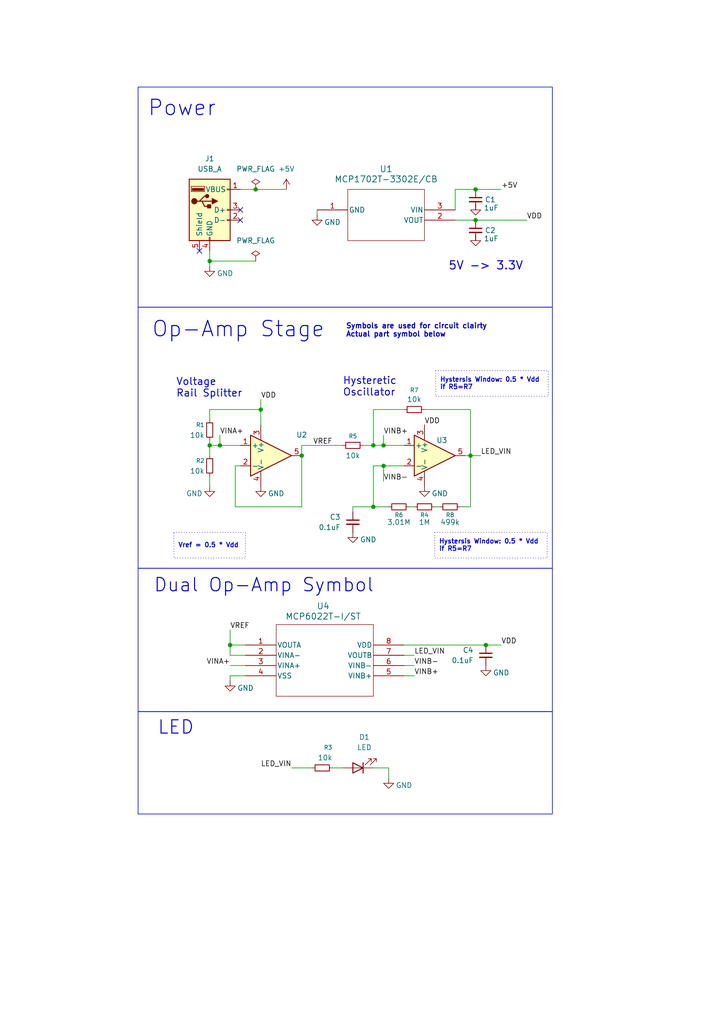
<source format=kicad_sch>
(kicad_sch (version 20250114) (generator "eeschema") (generator_version "9.0")
  (paper "User" 177.8 254)
  (title_block (title "Eclectronics MP1") (date "2026-02-07") (rev "V1") (company "Chang Jun Park"))
  (lib_symbols
    (symbol "2026-02-01_22-06-59:MCP6022T-I_ST" (pin_names (offset 0.254))
      (property "Reference" "U4" (at 19.304 9.652 0))
      (property "Value" "MCP6022T-I/ST" (at 19.304 7.112 0))
      (symbol "MCP6022T-I_ST_0_1"
        (polyline (pts (xy 7.62 5.08) (xy 7.62 -12.7)) (stroke (width 0.127)))
        (polyline (pts (xy 7.62 -12.7) (xy 31.75 -12.7)) (stroke (width 0.127)))
        (polyline (pts (xy 31.75 5.08) (xy 7.62 5.08)) (stroke (width 0.127)))
        (polyline (pts (xy 31.75 -12.7) (xy 31.75 5.08)) (stroke (width 0.127)))
      )
      (symbol "MCP6022T-I_ST_1_1"
        (pin output line (at 0 0 0) (length 7.62) (name "VOUTA") (number "1"))
        (pin input line (at 0 -2.54 0) (length 7.62) (name "VINA-") (number "2"))
        (pin input line (at 0 -5.08 0) (length 7.62) (name "VINA+") (number "3"))
        (pin power_in line (at 0 -7.62 0) (length 7.62) (name "VSS") (number "4"))
        (pin input line (at 39.37 0 180) (length 7.62) (name "VDD") (number "8"))
        (pin output line (at 39.37 -2.54 180) (length 7.62) (name "VOUTB") (number "7"))
        (pin input line (at 39.37 -5.08 180) (length 7.62) (name "VINB-") (number "6"))
        (pin input line (at 39.37 -7.62 180) (length 7.62) (name "VINB+") (number "5"))
      )
    )
    (symbol "Connector:USB_A" (pin_names (offset 1.016))
      (property "Reference" "J" (at -5.08 11.43 0))
      (property "Value" "USB_A" (at -5.08 8.89 0))
      (symbol "USB_A_0_1"
        (rectangle (start -5.08 -7.62) (end 5.08 7.62) (stroke (width 0.254)) (fill (type background)))
        (circle (center -3.81 2.159) (radius 0.635) (stroke (width 0.254)) (fill (type outline)))
        (polyline (pts (xy -3.175 2.159) (xy -2.54 2.159) (xy -1.27 3.429) (xy -0.635 3.429)) (stroke (width 0.254)))
        (polyline (pts (xy -2.54 2.159) (xy -1.905 2.159) (xy -1.27 0.889) (xy 0 0.889)) (stroke (width 0.254)))
        (rectangle (start -1.524 4.826) (end -4.318 5.334) (fill (type outline)))
        (rectangle (start -1.27 4.572) (end -4.572 5.842))
        (circle (center -0.635 3.429) (radius 0.381) (stroke (width 0.254)) (fill (type outline)))
        (rectangle (start -0.127 -7.62) (end 0.127 -6.858))
        (rectangle (start 0.254 1.27) (end -0.508 0.508) (stroke (width 0.254)) (fill (type outline)))
        (polyline (pts (xy 0.635 2.794) (xy 0.635 1.524) (xy 1.905 2.159) (xy 0.635 2.794)) (stroke (width 0.254)) (fill (type outline)))
        (rectangle (start 5.08 4.953) (end 4.318 5.207))
        (rectangle (start 5.08 -0.127) (end 4.318 0.127))
        (rectangle (start 5.08 -2.667) (end 4.318 -2.413))
      )
      (symbol "USB_A_1_1"
        (polyline (pts (xy -1.905 2.159) (xy 0.635 2.159)) (stroke (width 0.254)))
        (pin passive line (at -2.54 -10.16 90) (length 2.54) (name "Shield") (number "5"))
        (pin power_in line (at 0 -10.16 90) (length 2.54) (name "GND") (number "4"))
        (pin power_in line (at 7.62 5.08 180) (length 2.54) (name "VBUS") (number "1"))
        (pin bidirectional line (at 7.62 0 180) (length 2.54) (name "D+") (number "3"))
        (pin bidirectional line (at 7.62 -2.54 180) (length 2.54) (name "D-") (number "2"))
      )
    )
    (symbol "Device:C_Small" (pin_numbers (hide yes)) (pin_names (offset 0.254) (hide yes))
      (property "Reference" "C" (at 0.254 1.778 0))
      (property "Value" "C_Small" (at 0.254 -2.032 0))
      (symbol "C_Small_0_1"
        (polyline (pts (xy -1.524 0.508) (xy 1.524 0.508)) (stroke (width 0.3048)))
        (polyline (pts (xy -1.524 -0.508) (xy 1.524 -0.508)) (stroke (width 0.3302)))
      )
      (symbol "C_Small_1_1"
        (pin passive line (at 0 2.54 270) (length 2.032) (name "~") (number "1"))
        (pin passive line (at 0 -2.54 90) (length 2.032) (name "~") (number "2"))
      )
    )
    (symbol "Device:LED" (pin_numbers (hide yes)) (pin_names (offset 1.016) (hide yes))
      (property "Reference" "D" (at 0 2.54 0))
      (property "Value" "LED" (at 0 -2.54 0))
      (symbol "LED_0_1"
        (polyline (pts (xy -3.048 -0.762) (xy -4.572 -2.286) (xy -3.81 -2.286) (xy -4.572 -2.286) (xy -4.572 -1.524)))
        (polyline (pts (xy -1.778 -0.762) (xy -3.302 -2.286) (xy -2.54 -2.286) (xy -3.302 -2.286) (xy -3.302 -1.524)))
        (polyline (pts (xy -1.27 0) (xy 1.27 0)))
        (polyline (pts (xy -1.27 -1.27) (xy -1.27 1.27)) (stroke (width 0.254)))
        (polyline (pts (xy 1.27 -1.27) (xy 1.27 1.27) (xy -1.27 0) (xy 1.27 -1.27)) (stroke (width 0.254)))
      )
      (symbol "LED_1_1"
        (pin passive line (at -3.81 0 0) (length 2.54) (name "K") (number "1"))
        (pin passive line (at 3.81 0 180) (length 2.54) (name "A") (number "2"))
      )
    )
    (symbol "Device:R_Small" (pin_numbers (hide yes)) (pin_names (offset 0.254) (hide yes))
      (property "Reference" "R" (at 0 0 90))
      (property "Value" "R_Small" (at 1.778 0 90))
      (symbol "R_Small_0_1"
        (rectangle (start -0.762 1.778) (end 0.762 -1.778) (stroke (width 0.2032)))
      )
      (symbol "R_Small_1_1"
        (pin passive line (at 0 2.54 270) (length 0.762) (name "~") (number "1"))
        (pin passive line (at 0 -2.54 90) (length 0.762) (name "~") (number "2"))
      )
    )
    (symbol "MP1-symbols:MCP1702T-3302E_CB" (pin_names (offset 0.254))
      (property "Reference" "U" (at 17.526 9.652 0))
      (property "Value" "MCP1702T-3302E/CB" (at 17.526 7.112 0))
      (symbol "MCP1702T-3302E_CB_0_1"
        (polyline (pts (xy 7.62 5.08) (xy 7.62 -7.62)) (stroke (width 0.127)))
        (polyline (pts (xy 7.62 -7.62) (xy 26.67 -7.62)) (stroke (width 0.127)))
        (polyline (pts (xy 26.67 5.08) (xy 7.62 5.08)) (stroke (width 0.127)))
        (polyline (pts (xy 26.67 -7.62) (xy 26.67 5.08)) (stroke (width 0.127)))
      )
      (symbol "MCP1702T-3302E_CB_1_1"
        (pin power_in line (at 0 0 0) (length 7.62) (name "GND") (number "1"))
        (pin power_in line (at 34.29 0 180) (length 7.62) (name "VIN") (number "3"))
        (pin power_out line (at 34.29 -2.54 180) (length 7.62) (name "VOUT") (number "2"))
      )
    )
    (symbol "OPAMP_1" (pin_names (offset 0.254))
      (property "Reference" "U2" (at 7.62 5.1502 0))
      (symbol "OPAMP_1_0_1"
        (polyline (pts (xy 5.08 0) (xy -5.08 5.08) (xy -5.08 -5.08) (xy 5.08 0)) (stroke (width 0.254)) (fill (type background)))
      )
      (symbol "OPAMP_1_1_1"
        (pin input line (at -7.62 2.54 0) (length 2.54) (name "+") (number "1"))
        (pin input line (at -7.62 -2.54 0) (length 2.54) (name "-") (number "2"))
        (pin power_in line (at -2.54 7.62 270) (length 3.81) (name "V+") (number "3"))
        (pin power_in line (at -2.54 -7.62 90) (length 3.81) (name "V-") (number "4"))
        (pin bidirectional line (at 7.62 0 180) (length 2.54) (name "~") (number "5"))
      )
    )
    (symbol "Simulation_SPICE:OPAMP" (pin_names (offset 0.254))
      (property "Reference" "U3" (at 1.778 3.81 0))
      (symbol "OPAMP_0_1"
        (polyline (pts (xy 5.08 0) (xy -5.08 5.08) (xy -5.08 -5.08) (xy 5.08 0)) (stroke (width 0.254)) (fill (type background)))
      )
      (symbol "OPAMP_1_1"
        (pin input line (at -7.62 2.54 0) (length 2.54) (name "+") (number "1"))
        (pin input line (at -7.62 -2.54 0) (length 2.54) (name "-") (number "2"))
        (pin power_in line (at -2.54 7.62 270) (length 3.81) (name "V+") (number "3"))
        (pin power_in line (at -2.54 -7.62 90) (length 3.81) (name "V-") (number "4"))
        (pin bidirectional line (at 7.62 0 180) (length 2.54) (name "~") (number "5"))
      )
    )
    (symbol "power:+5V" (power) (pin_numbers (hide yes)) (pin_names (offset 0) (hide yes))
      (property "Value" "+5V" (at 0 3.556 0))
      (symbol "+5V_0_1"
        (polyline (pts (xy -0.762 1.27) (xy 0 2.54)))
        (polyline (pts (xy 0 2.54) (xy 0.762 1.27)))
        (polyline (pts (xy 0 0) (xy 0 2.54)))
      )
      (symbol "+5V_1_1"
        (pin power_in line (at 0 0 90) (length 0) (name "~") (number "1"))
      )
    )
    (symbol "power:GND" (power) (pin_numbers (hide yes)) (pin_names (offset 0) (hide yes))
      (property "Value" "GND" (at 0 -3.81 0))
      (symbol "GND_0_1"
        (polyline (pts (xy 0 0) (xy 0 -1.27) (xy 1.27 -1.27) (xy 0 -2.54) (xy -1.27 -1.27) (xy 0 -1.27)))
      )
      (symbol "GND_1_1"
        (pin power_in line (at 0 0 270) (length 0) (name "~") (number "1"))
      )
    )
    (symbol "power:PWR_FLAG" (power) (pin_numbers (hide yes)) (pin_names (offset 0) (hide yes))
      (property "Value" "PWR_FLAG" (at 0 3.81 0))
      (symbol "PWR_FLAG_0_0"
        (pin power_out line (at 0 0 90) (length 0) (name "~") (number "1"))
      )
      (symbol "PWR_FLAG_0_1"
        (polyline (pts (xy 0 0) (xy 0 1.27) (xy -1.016 1.905) (xy 0 2.54) (xy 1.016 1.905) (xy 0 1.27)))
      )
    )
  )
  (rectangle (start 34.29 21.59) (end 137.16 76.2))
  (rectangle (start 34.29 176.53) (end 137.16 201.93))
  (rectangle (start 34.29 140.97) (end 137.16 176.53))
  (rectangle (start 34.29 76.2) (end 137.16 140.97))
  (text "5V -> 3.3V" (at 120.65 66.04 0) (effects (font (size 2.032 2.032) (thickness 0.254) (bold yes))))
  (text "Hystersis Window: 0.5 * Vdd\nif R5=R7" (at 108.966 135.382 0) (effects (font (size 1.143 1.143) (thickness 0.2223)) (justify left)))
  (text "LED" (at 43.688 180.594 0) (effects (font (size 3.302 3.302) (thickness 0.254) (bold yes))))
  (text "Hystersis Window: 0.5 * Vdd\nif R5=R7" (at 109.22 95.25 0) (effects (font (size 1.143 1.143) (thickness 0.2223)) (justify left)))
  (text "Symbols are used for circuit clairty\nActual part symbol below" (at 85.852 82.042 0) (effects (font (size 1.27 1.27) (thickness 0.254) (bold yes)) (justify left)))
  (text "Power" (at 45.212 26.924 0) (effects (font (size 3.81 3.81) (thickness 0.254) (bold yes))))
  (text "Hysteretic \nOscillator" (at 85.09 96.012 0) (effects (font (size 1.778 1.778) (thickness 0.2223)) (justify left)))
  (text "Voltage\nRail Splitter" (at 43.688 96.266 0) (effects (font (size 1.778 1.778) (thickness 0.2223)) (justify left)))
  (text "Dual Op-Amp Symbol" (at 65.532 145.288 0) (effects (font (size 3.302 3.302) (thickness 0.254) (bold yes))))
  (text "Op-Amp Stage" (at 59.182 81.788 0) (effects (font (size 3.81 3.81) (thickness 0.254) (bold yes))))
  (text "Vref = 0.5 * Vdd" (at 44.196 135.382 0) (effects (font (size 1.143 1.143) (thickness 0.2223)) (justify left)))
  (text_box "" (at 43.18 132.08 0) (size 17.78 6.35) (margins 0.9525 0.9525 0.9525 0.9525) (stroke (width 0) (type dot)) (effects (font (size 1.27 1.27)) (justify left top)))
  (text_box "" (at 108.204 91.948 0) (size 27.94 6.35) (margins 0.9525 0.9525 0.9525 0.9525) (stroke (width 0) (type dot)) (effects (font (size 1.27 1.27)) (justify left top)))
  (text_box "" (at 107.95 132.08 0) (size 27.94 6.35) (margins 0.9525 0.9525 0.9525 0.9525) (stroke (width 0) (type dot)) (effects (font (size 1.27 1.27)) (justify left top)))
  (junction (at 52.07 64.77))
  (junction (at 95.25 110.49))
  (junction (at 92.71 125.73))
  (junction (at 52.07 110.49))
  (junction (at 92.71 110.49))
  (junction (at 118.11 54.61))
  (junction (at 95.25 115.57))
  (junction (at 54.61 110.49))
  (junction (at 64.77 101.6))
  (junction (at 63.5 46.99))
  (junction (at 120.65 160.02))
  (junction (at 118.11 46.99))
  (junction (at 74.93 113.03))
  (junction (at 57.15 160.02))
  (junction (at 116.84 113.03))
  (no_connect (at 59.69 54.61))
  (no_connect (at 49.53 62.23))
  (no_connect (at 59.69 52.07))
  (wire (pts (xy 60.96 167.64) (xy 57.15 167.64)))
  (wire (pts (xy 118.11 54.61) (xy 130.81 54.61)))
  (wire (pts (xy 74.93 125.73) (xy 58.42 125.73)))
  (wire (pts (xy 92.71 101.6) (xy 92.71 110.49)))
  (wire (pts (xy 87.63 125.73) (xy 92.71 125.73)))
  (wire (pts (xy 116.84 113.03) (xy 116.84 125.73)))
  (wire (pts (xy 60.96 162.56) (xy 57.15 162.56)))
  (wire (pts (xy 100.33 101.6) (xy 92.71 101.6)))
  (wire (pts (xy 57.15 165.1) (xy 60.96 165.1)))
  (wire (pts (xy 124.46 160.02) (xy 120.65 160.02)))
  (wire (pts (xy 52.07 110.49) (xy 54.61 110.49)))
  (wire (pts (xy 100.33 115.57) (xy 95.25 115.57)))
  (wire (pts (xy 63.5 46.99) (xy 71.12 46.99)))
  (wire (pts (xy 57.15 156.21) (xy 57.15 160.02)))
  (wire (pts (xy 107.95 125.73) (xy 109.22 125.73)))
  (wire (pts (xy 114.3 125.73) (xy 116.84 125.73)))
  (wire (pts (xy 57.15 167.64) (xy 57.15 168.91)))
  (wire (pts (xy 57.15 162.56) (xy 57.15 160.02)))
  (wire (pts (xy 100.33 165.1) (xy 102.87 165.1)))
  (wire (pts (xy 52.07 66.04) (xy 52.07 64.77)))
  (wire (pts (xy 64.77 99.06) (xy 64.77 101.6)))
  (wire (pts (xy 87.63 125.73) (xy 87.63 127)))
  (wire (pts (xy 116.84 113.03) (xy 116.84 101.6)))
  (wire (pts (xy 74.93 113.03) (xy 74.93 110.49)))
  (wire (pts (xy 118.11 58.42) (xy 118.11 59.69)))
  (wire (pts (xy 52.07 110.49) (xy 52.07 113.03)))
  (wire (pts (xy 57.15 160.02) (xy 60.96 160.02)))
  (wire (pts (xy 95.25 110.49) (xy 100.33 110.49)))
  (wire (pts (xy 58.42 115.57) (xy 59.69 115.57)))
  (wire (pts (xy 92.71 115.57) (xy 92.71 125.73)))
  (wire (pts (xy 120.65 160.02) (xy 100.33 160.02)))
  (wire (pts (xy 95.25 115.57) (xy 92.71 115.57)))
  (wire (pts (xy 64.77 101.6) (xy 64.77 105.41)))
  (wire (pts (xy 100.33 162.56) (xy 102.87 162.56)))
  (wire (pts (xy 118.11 46.99) (xy 124.46 46.99)))
  (wire (pts (xy 118.11 50.8) (xy 118.11 52.07)))
  (wire (pts (xy 52.07 118.11) (xy 52.07 120.65)))
  (wire (pts (xy 95.25 115.57) (xy 95.25 119.38)))
  (wire (pts (xy 116.84 113.03) (xy 119.38 113.03)))
  (wire (pts (xy 74.93 110.49) (xy 85.09 110.49)))
  (wire (pts (xy 115.57 113.03) (xy 116.84 113.03)))
  (wire (pts (xy 58.42 125.73) (xy 58.42 115.57)))
  (wire (pts (xy 96.52 190.5) (xy 96.52 193.04)))
  (wire (pts (xy 116.84 101.6) (xy 105.41 101.6)))
  (wire (pts (xy 113.03 54.61) (xy 118.11 54.61)))
  (wire (pts (xy 113.03 52.07) (xy 113.03 46.99)))
  (wire (pts (xy 92.71 110.49) (xy 95.25 110.49)))
  (wire (pts (xy 74.93 113.03) (xy 74.93 125.73)))
  (wire (pts (xy 101.6 125.73) (xy 102.87 125.73)))
  (wire (pts (xy 52.07 104.14) (xy 52.07 101.6)))
  (wire (pts (xy 59.69 46.99) (xy 63.5 46.99)))
  (wire (pts (xy 52.07 64.77) (xy 63.5 64.77)))
  (wire (pts (xy 113.03 46.99) (xy 118.11 46.99)))
  (wire (pts (xy 78.74 52.07) (xy 78.74 53.34)))
  (wire (pts (xy 72.39 190.5) (xy 77.47 190.5)))
  (wire (pts (xy 54.61 110.49) (xy 59.69 110.49)))
  (wire (pts (xy 52.07 64.77) (xy 52.07 62.23)))
  (wire (pts (xy 52.07 109.22) (xy 52.07 110.49)))
  (wire (pts (xy 82.55 190.5) (xy 85.09 190.5)))
  (wire (pts (xy 92.71 125.73) (xy 96.52 125.73)))
  (wire (pts (xy 100.33 167.64) (xy 102.87 167.64)))
  (wire (pts (xy 90.17 110.49) (xy 92.71 110.49)))
  (wire (pts (xy 52.07 101.6) (xy 64.77 101.6)))
  (wire (pts (xy 92.71 190.5) (xy 96.52 190.5)))
  (wire (pts (xy 54.61 107.95) (xy 54.61 110.49)))
  (wire (pts (xy 95.25 107.95) (xy 95.25 110.49)))
  (label "VINB+" (at 95.25 107.95 0))
  (label "VDD" (at 124.46 160.02 0) (effects (font (thickness 0.1588))))
  (label "VINA+" (at 54.61 107.95 0))
  (label "VDD" (at 105.41 105.41 0) (effects (font (thickness 0.1588))))
  (label "VINB-" (at 102.87 165.1 0))
  (label "LED_VIN" (at 72.39 190.5 180))
  (label "VREF" (at 82.55 110.49 180) (effects (font (thickness 0.1588))))
  (label "LED_VIN" (at 102.87 162.56 0))
  (label "VINB-" (at 95.25 119.38 0))
  (label "VINB+" (at 102.87 167.64 0))
  (label "VDD" (at 130.81 54.61 0) (effects (font (thickness 0.1588))))
  (label "VREF" (at 57.15 156.21 0) (effects (font (thickness 0.1588))))
  (label "LED_VIN" (at 119.38 113.03 0))
  (label "VINA+" (at 57.15 165.1 180))
  (label "VDD" (at 64.77 99.06 0) (effects (font (thickness 0.1588))))
  (label "+5V" (at 124.46 46.99 0))
  (symbol (lib_id "Device:R_Small") (at 80.01 190.5 270) (unit 1)
    (property "Reference" "R3" (at 82.55 185.42 90) (effects (font (size 1.016 1.016)) (justify right)))
    (property "Value" "10k" (at 82.55 187.96 90) (effects (justify right)))
    (property "Footprint" "Resistor_SMD:R_0603_1608Metric" (effects (hide yes)))
    (property "Datasheet" "https://www.digikey.com/en/products/detail/yageo/RC0603FR-0710KL/726880" (effects (hide yes)))
    (property "Description" "Resistor, small symbol" (effects (hide yes)))
    (property "Manufacturer Part #" "RC0603FR-0710KL" (effects (hide yes)))
  )
  (symbol (lib_id "Device:C_Small") (at 118.11 57.15 0) (unit 1)
    (property "Reference" "C2" (at 120.396 57.15 0) (effects (justify left)))
    (property "Value" "1uF" (at 120.142 59.182 0) (effects (justify left)))
    (property "Footprint" "MP1-footprints:CAPC17595_95N_KEM" (effects (hide yes)))
    (property "Datasheet" "https://www.digikey.com/en/products/detail/kemet/C0603C105K3RACTU/3317582" (effects (hide yes)))
    (property "Description" "Unpolarized capacitor, small symbol" (effects (hide yes)))
    (property "Manufacturer Part #" "C0603C105K3RACTU" (effects (hide yes)))
  )
  (symbol (lib_id "Device:R_Small") (at 111.76 125.73 90) (unit 1)
    (property "Reference" "R8" (at 111.76 127.762 90) (effects (font (size 1.016 1.016))))
    (property "Value" "499k" (at 111.76 129.54 90))
    (property "Footprint" "Resistor_SMD:R_0603_1608Metric" (effects (hide yes)))
    (property "Datasheet" "https://www.digikey.com/en/products/detail/yageo/RC0603FR-07499KL/727267" (effects (hide yes)))
    (property "Description" "Resistor, small symbol" (effects (hide yes)))
    (property "Manufacturer Part #" "RC0603FR-07499KL" (effects (hide yes)))
  )
  (symbol (lib_id "power:GND") (at 105.41 120.65 0) (unit 1)
    (property "Reference" "#PWR010" (effects (hide yes)))
    (property "Value" "GND" (at 109.22 122.428 0))
    (property "Description" "Power symbol creates a global label with name \"GND\" , ground" (effects (hide yes)))
  )
  (symbol (lib_id "power:GND") (at 52.07 66.04 0) (unit 1)
    (property "Reference" "#PWR02" (effects (hide yes)))
    (property "Value" "GND" (at 55.88 67.818 0))
    (property "Description" "Power symbol creates a global label with name \"GND\" , ground" (effects (hide yes)))
  )
  (symbol (lib_id "Device:C_Small") (at 118.11 49.53 0) (unit 1)
    (property "Reference" "C1" (at 120.396 49.53 0) (effects (justify left)))
    (property "Value" "1uF" (at 120.142 51.562 0) (effects (justify left)))
    (property "Footprint" "MP1-footprints:CAPC17595_95N_KEM" (effects (hide yes)))
    (property "Datasheet" "https://www.digikey.com/en/products/detail/kemet/C0603C105K3RACTU/3317582" (effects (hide yes)))
    (property "Description" "Unpolarized capacitor, small symbol" (effects (hide yes)))
    (property "Manufacturer Part #" "C0603C105K3RACTU" (effects (hide yes)))
  )
  (symbol (lib_id "Device:C_Small") (at 87.63 129.54 0) (unit 1)
    (property "Reference" "C3" (at 84.582 128.27 0) (effects (justify right)))
    (property "Value" "0.1uF" (at 84.582 130.81 0) (effects (justify right)))
    (property "Footprint" "Capacitor_SMD:C_0603_1608Metric" (effects (hide yes)))
    (property "Datasheet" "https://www.digikey.com/en/products/detail/yageo/CC0603JRX7R9BB104/5195188" (effects (hide yes)))
    (property "Description" "Unpolarized capacitor, small symbol" (effects (hide yes)))
    (property "Manufacturer Part #" "CC0603JRX7R9BB104" (effects (hide yes)))
  )
  (symbol (lib_id "Device:R_Small") (at 105.41 125.73 90) (unit 1)
    (property "Reference" "R4" (at 105.41 127.762 90) (effects (font (size 1.016 1.016))))
    (property "Value" "1M" (at 105.41 129.54 90))
    (property "Footprint" "Resistor_SMD:R_0603_1608Metric" (effects (hide yes)))
    (property "Datasheet" "https://www.digikey.com/en/products/detail/yageo/RC0603FR-071ML/726844" (effects (hide yes)))
    (property "Description" "Resistor, small symbol" (effects (hide yes)))
    (property "Manufacturer Part #" "RC0603FR-071ML" (effects (hide yes)))
  )
  (symbol (lib_id "power:GND") (at 64.77 120.65 0) (unit 1)
    (property "Reference" "#PWR07" (effects (hide yes)))
    (property "Value" "GND" (at 68.58 122.428 0))
    (property "Description" "Power symbol creates a global label with name \"GND\" , ground" (effects (hide yes)))
  )
  (symbol (lib_id "power:PWR_FLAG") (at 63.5 64.77 0) (unit 1)
    (property "Reference" "#FLG02" (effects (hide yes)))
    (property "Value" "PWR_FLAG" (at 63.5 59.69 0))
    (property "Description" "Special symbol for telling ERC where power comes from" (effects (hide yes)))
  )
  (symbol (lib_id "Device:R_Small") (at 87.63 110.49 90) (unit 1)
    (property "Reference" "R5" (at 87.63 108.204 90) (effects (font (size 1.016 1.016))))
    (property "Value" "10k" (at 87.63 113.03 90))
    (property "Footprint" "Resistor_SMD:R_0603_1608Metric" (effects (hide yes)))
    (property "Datasheet" "https://www.digikey.com/en/products/detail/yageo/RC0603FR-0710KL/726880" (effects (hide yes)))
    (property "Description" "Resistor, small symbol" (effects (hide yes)))
    (property "Manufacturer Part #" "RC0603FR-0710KL" (effects (hide yes)))
  )
  (symbol (lib_id "Device:C_Small") (at 120.65 162.56 0) (unit 1)
    (property "Reference" "C4" (at 117.602 161.29 0) (effects (justify right)))
    (property "Value" "0.1uF" (at 117.602 163.83 0) (effects (justify right)))
    (property "Footprint" "Capacitor_SMD:C_0603_1608Metric" (effects (hide yes)))
    (property "Datasheet" "https://www.digikey.com/en/products/detail/yageo/CC0603JRX7R9BB104/5195188" (effects (hide yes)))
    (property "Description" "Unpolarized capacitor, small symbol" (effects (hide yes)))
    (property "Manufacturer Part #" "CC0603JRX7R9BB104" (effects (hide yes)))
  )
  (symbol (lib_id "Device:R_Small") (at 102.87 101.6 90) (unit 1)
    (property "Reference" "R7" (at 102.87 96.774 90) (effects (font (size 1.016 1.016))))
    (property "Value" "10k" (at 102.87 99.06 90))
    (property "Footprint" "Resistor_SMD:R_0603_1608Metric" (effects (hide yes)))
    (property "Datasheet" "https://www.digikey.com/en/products/detail/yageo/RC0603FR-0710KL/726880" (effects (hide yes)))
    (property "Description" "Resistor, small symbol" (effects (hide yes)))
    (property "Manufacturer Part #" "RC0603FR-0710KL" (effects (hide yes)))
  )
  (symbol (lib_id "power:GND") (at 118.11 50.8 0) (unit 1)
    (property "Reference" "#PWR04" (effects (hide yes)))
    (property "Value" "GND" (effects (hide yes)))
    (property "Description" "Power symbol creates a global label with name \"GND\" , ground" (effects (hide yes)))
  )
  (symbol (lib_id "Device:R_Small") (at 99.06 125.73 90) (unit 1)
    (property "Reference" "R6" (at 99.06 127.762 90) (effects (font (size 1.016 1.016))))
    (property "Value" "3.01M" (at 99.06 129.54 90))
    (property "Footprint" "Resistor_SMD:R_0603_1608Metric" (effects (hide yes)))
    (property "Datasheet" "https://www.digikey.com/en/products/detail/yageo/RC0603FR-073M01L/727122" (effects (hide yes)))
    (property "Description" "Resistor, small symbol" (effects (hide yes)))
    (property "Manufacturer Part #" "RC0603FR-073M01L" (effects (hide yes)))
  )
  (symbol (lib_id "power:GND") (at 87.63 132.08 0) (unit 1)
    (property "Reference" "#PWR011" (effects (hide yes)))
    (property "Value" "GND" (at 91.44 133.858 0))
    (property "Description" "Power symbol creates a global label with name \"GND\" , ground" (effects (hide yes)))
  )
  (symbol (lib_id "2026-02-01_22-06-59:MCP6022T-I_ST") (at 60.96 160.02 0) (unit 1)
    (property "Reference" "U4" (at 80.264 150.368 0) (effects (font (size 1.524 1.524))))
    (property "Value" "MCP6022T-I/ST" (at 80.264 152.908 0) (effects (font (size 1.524 1.524))))
    (property "Footprint" "MP1-footprints:TSSOP8_MC_MCH" (effects (hide yes)))
    (property "Datasheet" "https://ww1.microchip.com/downloads/en/DeviceDoc/20001685E.pdf" (effects (hide yes)))
    (property "Manufacturer Part #" "MCP6022T-I/ST" (effects (hide yes)))
  )
  (symbol (lib_id "Connector:USB_A") (at 52.07 52.07 0) (unit 1)
    (property "Reference" "J1" (at 52.07 39.37 0))
    (property "Value" "USB_A" (at 52.07 41.91 0))
    (property "Footprint" "MP1-footprints:CONN_480370001_MOL" (effects (hide yes)))
    (property "Datasheet" "https://www.digikey.com/en/products/detail/molex/0480370001/857603?s=N4IgTCBcDaIAwBYAccDMB2OWCMIC6AvkA" (effects (hide yes)))
    (property "Description" "USB Type A connector" (effects (hide yes)))
    (property "Manufacturer Part #" "0480370001" (effects (hide yes)))
  )
  (symbol (lib_id "Simulation_SPICE:OPAMP") (at 107.95 113.03 0) (unit 1) (in_bom no) (on_board no)
    (property "Reference" "U3" (at 109.728 109.22 0))
    (property "Datasheet" "https://ww1.microchip.com/downloads/en/DeviceDoc/20001685E.pdf" (effects (hide yes)))
    (property "Description" "Operational amplifier, single" (effects (hide yes)))
  )
  (symbol (lib_id "power:GND") (at 96.52 193.04 0) (unit 1)
    (property "Reference" "#PWR09" (effects (hide yes)))
    (property "Value" "GND" (at 100.33 194.818 0))
    (property "Description" "Power symbol creates a global label with name \"GND\" , ground" (effects (hide yes)))
  )
  (symbol (lib_id "power:+5V") (at 71.12 46.99 0) (unit 1)
    (property "Reference" "#PWR01" (effects (hide yes)))
    (property "Value" "+5V" (at 71.12 41.91 0))
    (property "Description" "Power symbol creates a global label with name \"+5V\"" (effects (hide yes)))
  )
  (symbol (lib_id "Device:LED") (at 88.9 190.5 180) (unit 1)
    (property "Reference" "D1" (at 90.4875 182.88 0))
    (property "Value" "LED" (at 90.4875 185.42 0))
    (property "Footprint" "LED_SMD:LED_0805_2012Metric" (effects (hide yes)))
    (property "Datasheet" "https://optoelectronics.liteon.com/upload/download/DS-22-99-0226/LTST-C170TBKT.pdf" (effects (hide yes)))
    (property "Description" "Light emitting diode" (effects (hide yes)))
    (property "Sim.Pins" "1=K 2=A" (effects (hide yes)))
    (property "Manufacturer Part #" "LTST-C170TBKT" (effects (hide yes)))
  )
  (symbol (lib_id "power:GND") (at 78.74 53.34 0) (unit 1)
    (property "Reference" "#PWR03" (effects (hide yes)))
    (property "Value" "GND" (at 82.55 55.118 0))
    (property "Description" "Power symbol creates a global label with name \"GND\" , ground" (effects (hide yes)))
  )
  (symbol (lib_id "power:GND") (at 118.11 58.42 0) (unit 1)
    (property "Reference" "#PWR05" (effects (hide yes)))
    (property "Value" "GND" (effects (hide yes)))
    (property "Description" "Power symbol creates a global label with name \"GND\" , ground" (effects (hide yes)))
  )
  (symbol (lib_id "power:PWR_FLAG") (at 63.5 46.99 0) (unit 1)
    (property "Reference" "#FLG01" (effects (hide yes)))
    (property "Value" "PWR_FLAG" (at 63.5 41.91 0))
    (property "Description" "Special symbol for telling ERC where power comes from" (effects (hide yes)))
  )
  (symbol (lib_id "power:GND") (at 120.65 165.1 0) (unit 1)
    (property "Reference" "#PWR012" (effects (hide yes)))
    (property "Value" "GND" (at 124.46 166.878 0))
    (property "Description" "Power symbol creates a global label with name \"GND\" , ground" (effects (hide yes)))
  )
  (symbol (lib_id "Device:R_Small") (at 52.07 106.68 0) (unit 1)
    (property "Reference" "R1" (at 50.8 105.41 0) (effects (font (size 1.016 1.016)) (justify right)))
    (property "Value" "10k" (at 50.8 107.95 0) (effects (justify right)))
    (property "Footprint" "Resistor_SMD:R_0603_1608Metric" (effects (hide yes)))
    (property "Datasheet" "https://www.digikey.com/en/products/detail/yageo/RC0603FR-0710KL/726880" (effects (hide yes)))
    (property "Description" "Resistor, small symbol" (effects (hide yes)))
    (property "Manufacturer Part #" "RC0603FR-0710KL" (effects (hide yes)))
  )
  (symbol (lib_id "power:GND") (at 52.07 120.65 0) (unit 1)
    (property "Reference" "#PWR08" (effects (hide yes)))
    (property "Value" "GND" (at 48.26 122.428 0))
    (property "Description" "Power symbol creates a global label with name \"GND\" , ground" (effects (hide yes)))
  )
  (symbol (lib_id "MP1-symbols:MCP1702T-3302E_CB") (at 78.74 52.07 0) (unit 1)
    (property "Reference" "U1" (at 95.885 41.91 0) (effects (font (size 1.524 1.524))))
    (property "Value" "MCP1702T-3302E/CB" (at 95.885 44.45 0) (effects (font (size 1.524 1.524))))
    (property "Footprint" "MP1-footprints:SOT-23A_MC_MCH" (effects (hide yes)))
    (property "Datasheet" "https://ww1.microchip.com/downloads/en/DeviceDoc/22008E.pdf" (effects (hide yes)))
    (property "Manufacturer Part #" "MCP1702T-3302E/CB" (effects (hide yes)))
  )
  (symbol (lib_id "power:GND") (at 57.15 168.91 0) (unit 1)
    (property "Reference" "#PWR06" (effects (hide yes)))
    (property "Value" "GND" (at 60.96 170.688 0))
    (property "Description" "Power symbol creates a global label with name \"GND\" , ground" (effects (hide yes)))
  )
  (symbol (lib_id "Device:R_Small") (at 52.07 115.57 0) (unit 1)
    (property "Reference" "R2" (at 50.8 114.3 0) (effects (font (size 1.016 1.016)) (justify right)))
    (property "Value" "10k" (at 50.8 116.84 0) (effects (justify right)))
    (property "Footprint" "Resistor_SMD:R_0603_1608Metric" (effects (hide yes)))
    (property "Datasheet" "https://www.digikey.com/en/products/detail/yageo/RC0603FR-0710KL/726880" (effects (hide yes)))
    (property "Description" "Resistor, small symbol" (effects (hide yes)))
    (property "Manufacturer Part #" "RC0603FR-0710KL" (effects (hide yes)))
  )
  (symbol (lib_name "OPAMP_1") (lib_id "Simulation_SPICE:OPAMP") (at 67.31 113.03 0) (unit 1) (in_bom no) (on_board no)
    (property "Reference" "U2" (at 74.93 107.8798 0))
    (property "Datasheet" "https://ngspice.sourceforge.io/docs/ngspice-html-manual/manual.xhtml#sec__SUBCKT_Subcircuits" (effects (hide yes)))
    (property "Description" "Operational amplifier, single" (effects (hide yes)))
    (property "Sim.Pins" "1=in+ 2=in- 3=vcc 4=vee 5=out" (effects (hide yes)))
    (property "Sim.Device" "SUBCKT" (effects (hide yes)))
    (property "Sim.Library" "${KICAD9_SYMBOL_DIR}/Simulation_SPICE.sp" (effects (hide yes)))
    (property "Sim.Name" "kicad_builtin_opamp" (effects (hide yes)))
  )
)
</source>
